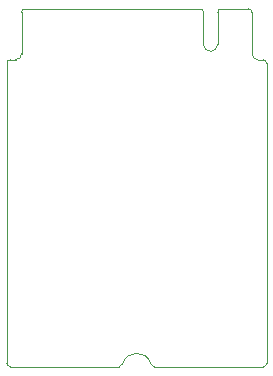
<source format=gbr>
%TF.GenerationSoftware,KiCad,Pcbnew,(5.1.6)-1*%
%TF.CreationDate,2020-09-21T21:17:43+08:00*%
%TF.ProjectId,f1c200s_core,66316332-3030-4735-9f63-6f72652e6b69,rev?*%
%TF.SameCoordinates,Original*%
%TF.FileFunction,Profile,NP*%
%FSLAX46Y46*%
G04 Gerber Fmt 4.6, Leading zero omitted, Abs format (unit mm)*
G04 Created by KiCad (PCBNEW (5.1.6)-1) date 2020-09-21 21:17:43*
%MOMM*%
%LPD*%
G01*
G04 APERTURE LIST*
%TA.AperFunction,Profile*%
%ADD10C,0.050000*%
%TD*%
G04 APERTURE END LIST*
D10*
X99955317Y-77262705D02*
G75*
G02*
X102384683Y-77262705I1214683J-307295D01*
G01*
X90170000Y-51770000D02*
X90170000Y-77170000D01*
X99670000Y-77470000D02*
X90470000Y-77470000D01*
X111870000Y-77470000D02*
X102670000Y-77470000D01*
X112170000Y-51770000D02*
X112170000Y-77170000D01*
X111420000Y-51470000D02*
X111870000Y-51470000D01*
X110920000Y-47470000D02*
X110920000Y-50970000D01*
X108320000Y-47170000D02*
X110620000Y-47170000D01*
X108020000Y-50170000D02*
X108020000Y-47470000D01*
X106820000Y-47470000D02*
X106820000Y-50170000D01*
X91720000Y-47170000D02*
X106520000Y-47170000D01*
X91420000Y-50970000D02*
X91420000Y-47470000D01*
X90470000Y-51470000D02*
X90920000Y-51470000D01*
X108020000Y-50170000D02*
G75*
G02*
X106820000Y-50170000I-600000J0D01*
G01*
X111420000Y-51470000D02*
G75*
G02*
X110920000Y-50970000I0J500000D01*
G01*
X111870000Y-51470000D02*
G75*
G02*
X112170000Y-51770000I0J-300000D01*
G01*
X110620000Y-47170000D02*
G75*
G02*
X110920000Y-47470000I0J-300000D01*
G01*
X108020000Y-47470000D02*
G75*
G02*
X108320000Y-47170000I300000J0D01*
G01*
X106520000Y-47170000D02*
G75*
G02*
X106820000Y-47470000I0J-300000D01*
G01*
X91420000Y-47470000D02*
G75*
G02*
X91720000Y-47170000I300000J0D01*
G01*
X91420000Y-50970000D02*
G75*
G02*
X90920000Y-51470000I-500000J0D01*
G01*
X90170000Y-51770000D02*
G75*
G02*
X90470000Y-51470000I300000J0D01*
G01*
X112170000Y-77170000D02*
G75*
G02*
X111870000Y-77470000I-300000J0D01*
G01*
X102384683Y-77262705D02*
G75*
G03*
X102670000Y-77470000I285317J92705D01*
G01*
X99955317Y-77262705D02*
G75*
G02*
X99670000Y-77470000I-285317J92705D01*
G01*
X90470000Y-77470000D02*
G75*
G02*
X90170000Y-77170000I0J300000D01*
G01*
M02*

</source>
